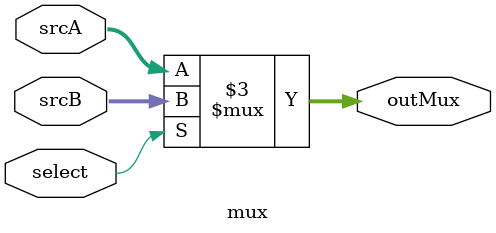
<source format=v>
module mux (
    input [31:0] srcA,
    input [31:0] srcB,
    input select,

    output reg [31:0] outMux
);

always @ (*)
begin
    outMux = srcA;

    if ( select )
    begin
        outMux = srcB;
    end 


end

    
endmodule
</source>
